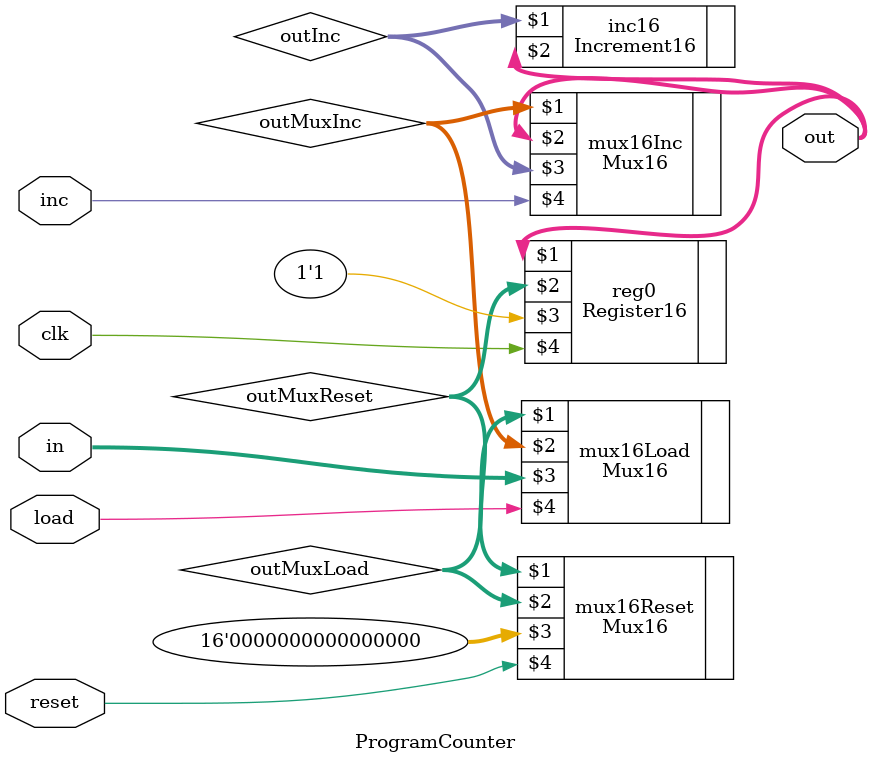
<source format=v>
`include "Increment16.v"
`include "Mux16.v"
`include "Register16.v"

`ifndef _ProgramCounter_
`define _ProgramCounter_

module ProgramCounter(out, in, load, inc, reset, clk);
    input [15:0] in; 
    input load, inc, reset, clk;

    wire [15:0] outInc, outMuxInc, outMuxLoad, outMuxReset;

    output [15:0] out;

    Increment16 inc16(outInc, out);
    
    Mux16 mux16Inc(outMuxInc, out,  outInc, inc);

    Mux16 mux16Load(outMuxLoad, outMuxInc, in,  load);

    Mux16 mux16Reset(outMuxReset, outMuxLoad, 16'b0000000000000000,  reset);

    Register16 reg0(out, outMuxReset, 1'b1, clk);

endmodule

`endif

</source>
